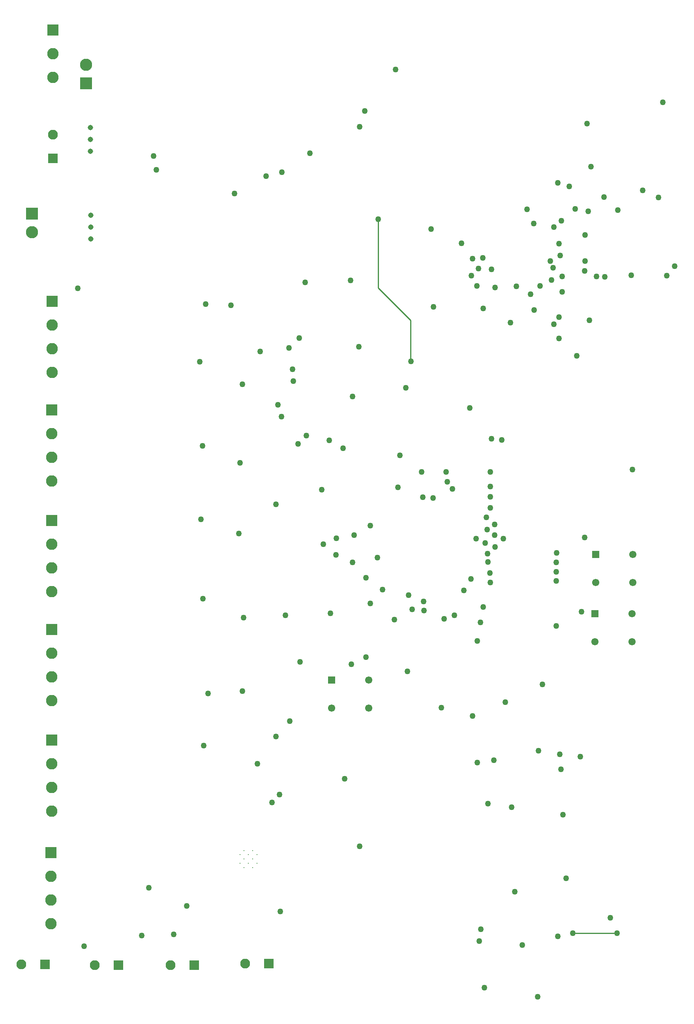
<source format=gbl>
G04*
G04 #@! TF.GenerationSoftware,Altium Limited,Altium Designer,22.1.2 (22)*
G04*
G04 Layer_Physical_Order=6*
G04 Layer_Color=16711680*
%FSLAX23Y23*%
%MOIN*%
G70*
G04*
G04 #@! TF.SameCoordinates,EFA1FED7-213C-4DAE-99C9-92C2F6BD185D*
G04*
G04*
G04 #@! TF.FilePolarity,Positive*
G04*
G01*
G75*
%ADD15C,0.010*%
%ADD70R,0.061X0.061*%
%ADD135C,0.061*%
%ADD138C,0.045*%
%ADD147R,0.097X0.097*%
%ADD148C,0.097*%
%ADD149R,0.103X0.103*%
%ADD150C,0.103*%
%ADD151R,0.083X0.083*%
%ADD152C,0.083*%
%ADD153C,0.012*%
%ADD154R,0.083X0.083*%
%ADD155C,0.050*%
D15*
X4850Y765D02*
X5225D01*
X3480Y5598D02*
Y5940D01*
Y5598D02*
X3484Y5594D01*
X3207Y6213D02*
Y6792D01*
Y6213D02*
X3480Y5940D01*
D70*
X5043Y3963D02*
D03*
X5038Y3463D02*
D03*
X2813Y2903D02*
D03*
D135*
X5357Y3727D02*
D03*
X5043D02*
D03*
X5357Y3963D02*
D03*
X5352Y3227D02*
D03*
X5038D02*
D03*
X5352Y3463D02*
D03*
X3127Y2667D02*
D03*
X2813D02*
D03*
X3127Y2903D02*
D03*
D138*
X780Y6825D02*
D03*
Y6625D02*
D03*
X777Y7565D02*
D03*
Y7365D02*
D03*
X780Y6725D02*
D03*
X777Y7465D02*
D03*
D147*
X460Y8390D02*
D03*
X450Y4250D02*
D03*
X455Y6100D02*
D03*
X450Y5182D02*
D03*
Y3330D02*
D03*
Y2395D02*
D03*
X445Y1445D02*
D03*
D148*
X460Y8190D02*
D03*
Y7990D02*
D03*
X450Y3850D02*
D03*
X455Y5700D02*
D03*
X450Y4782D02*
D03*
X445Y1045D02*
D03*
X450Y1995D02*
D03*
Y2930D02*
D03*
Y3650D02*
D03*
Y4050D02*
D03*
X455Y5500D02*
D03*
Y5900D02*
D03*
X450Y4582D02*
D03*
Y4982D02*
D03*
Y3130D02*
D03*
Y2730D02*
D03*
Y2195D02*
D03*
Y1795D02*
D03*
X445Y1245D02*
D03*
Y845D02*
D03*
D149*
X740Y7940D02*
D03*
X285Y6840D02*
D03*
D150*
X740Y8096D02*
D03*
X285Y6684D02*
D03*
D151*
X462Y7305D02*
D03*
D152*
Y7505D02*
D03*
X195Y502D02*
D03*
X1455Y495D02*
D03*
X2085Y510D02*
D03*
X815Y495D02*
D03*
D153*
X2039Y1356D02*
D03*
Y1428D02*
D03*
X2075Y1320D02*
D03*
Y1392D02*
D03*
Y1464D02*
D03*
X2111Y1356D02*
D03*
Y1428D02*
D03*
X2147Y1320D02*
D03*
Y1392D02*
D03*
Y1464D02*
D03*
X2183Y1356D02*
D03*
Y1428D02*
D03*
D154*
X395Y502D02*
D03*
X1655Y495D02*
D03*
X2285Y510D02*
D03*
X1015Y495D02*
D03*
D155*
X1770Y2790D02*
D03*
X2910Y4860D02*
D03*
X1310Y7325D02*
D03*
X4195Y6215D02*
D03*
X4870Y6880D02*
D03*
X4955Y6660D02*
D03*
X4820Y7070D02*
D03*
X4595Y2866D02*
D03*
X4280Y2715D02*
D03*
X4005Y2600D02*
D03*
X4185Y2225D02*
D03*
X4135Y1860D02*
D03*
X4740Y2275D02*
D03*
X5225Y765D02*
D03*
X4850D02*
D03*
X4725Y740D02*
D03*
X4060Y700D02*
D03*
X1995Y7010D02*
D03*
X4725Y7100D02*
D03*
X3355Y8055D02*
D03*
X2260Y7155D02*
D03*
X3484Y5594D02*
D03*
X3207Y6792D02*
D03*
X1335Y7210D02*
D03*
X2395Y7190D02*
D03*
X3095Y7705D02*
D03*
X3051Y7573D02*
D03*
X5575Y6975D02*
D03*
X5115Y6980D02*
D03*
X4735Y5785D02*
D03*
X4885Y5640D02*
D03*
X4990Y5940D02*
D03*
X5355Y4680D02*
D03*
X670Y6210D02*
D03*
X4915Y2255D02*
D03*
X725Y655D02*
D03*
X4105Y305D02*
D03*
X4794Y1228D02*
D03*
X5168Y896D02*
D03*
X4360Y1115D02*
D03*
X4750Y2150D02*
D03*
X4045Y2205D02*
D03*
X4425Y665D02*
D03*
X4075Y800D02*
D03*
X4555Y230D02*
D03*
X5440Y7035D02*
D03*
X5610Y7780D02*
D03*
X5005Y7235D02*
D03*
X4970Y7600D02*
D03*
X5230Y6870D02*
D03*
X4745Y6485D02*
D03*
X4660Y6438D02*
D03*
X4735Y6585D02*
D03*
X4683Y6382D02*
D03*
X2630Y7350D02*
D03*
X4095Y6040D02*
D03*
X4325Y5920D02*
D03*
X4767Y1766D02*
D03*
X4690Y6725D02*
D03*
X5710Y6395D02*
D03*
X4755Y6780D02*
D03*
X5644Y6315D02*
D03*
X5345Y6320D02*
D03*
X4950Y6355D02*
D03*
X5050Y6310D02*
D03*
X4980Y6860D02*
D03*
X4735Y5965D02*
D03*
X4375Y6225D02*
D03*
X4690Y5905D02*
D03*
X4525Y6025D02*
D03*
X4760Y6180D02*
D03*
X4670Y6280D02*
D03*
X4495Y6160D02*
D03*
X4760Y6310D02*
D03*
X4465Y6875D02*
D03*
X4520Y6755D02*
D03*
X4575Y6230D02*
D03*
X4955Y6440D02*
D03*
X5120Y6305D02*
D03*
X3675Y6054D02*
D03*
X4055Y6375D02*
D03*
X3995Y6315D02*
D03*
X4005Y6460D02*
D03*
X4090Y6465D02*
D03*
X4165Y6370D02*
D03*
X4040Y6230D02*
D03*
X3910Y6590D02*
D03*
X3655Y6710D02*
D03*
X2490Y5425D02*
D03*
X2485Y5525D02*
D03*
X3045Y5715D02*
D03*
X2455Y5705D02*
D03*
X2540Y5790D02*
D03*
X2795Y4925D02*
D03*
X4710Y3360D02*
D03*
X4925Y3480D02*
D03*
X4950Y4105D02*
D03*
X4710Y3740D02*
D03*
X4155Y3725D02*
D03*
X4150Y3805D02*
D03*
X2730Y4510D02*
D03*
X4110Y4060D02*
D03*
X4035Y4095D02*
D03*
X4130Y3970D02*
D03*
X4128Y4173D02*
D03*
X3585Y4445D02*
D03*
X3670Y4440D02*
D03*
X3790Y4575D02*
D03*
X3375Y4530D02*
D03*
X3390Y4800D02*
D03*
X4165Y4940D02*
D03*
X3780Y4660D02*
D03*
X3575D02*
D03*
X3835Y4515D02*
D03*
X3595Y3490D02*
D03*
X3495Y3500D02*
D03*
X3140Y3550D02*
D03*
X3345Y3413D02*
D03*
X4044Y3231D02*
D03*
X4560Y2305D02*
D03*
X4335Y1830D02*
D03*
X3245Y3665D02*
D03*
X2855Y4100D02*
D03*
X2745Y4050D02*
D03*
X2850Y3960D02*
D03*
X2990Y3895D02*
D03*
X3140Y4205D02*
D03*
X3105Y3095D02*
D03*
X3740Y2670D02*
D03*
X4135Y3900D02*
D03*
X4195Y4025D02*
D03*
X4190Y4125D02*
D03*
Y4215D02*
D03*
X4265Y4095D02*
D03*
X3105Y3765D02*
D03*
X2980Y3035D02*
D03*
X3465Y3620D02*
D03*
X3850Y3450D02*
D03*
X3765Y3420D02*
D03*
X3930Y3660D02*
D03*
X2375Y1935D02*
D03*
X2310Y1870D02*
D03*
X2925Y2070D02*
D03*
X3990Y3755D02*
D03*
X4095Y3520D02*
D03*
X4070Y3390D02*
D03*
X2060Y2810D02*
D03*
X2070Y3430D02*
D03*
X2030Y4140D02*
D03*
X2040Y4735D02*
D03*
X1965Y6065D02*
D03*
X2060Y5400D02*
D03*
X2975Y6277D02*
D03*
X2590Y6260D02*
D03*
X3440Y5370D02*
D03*
X2990Y5295D02*
D03*
X2546Y3056D02*
D03*
X3454Y2975D02*
D03*
X2805Y3465D02*
D03*
X2425Y3450D02*
D03*
X2345Y4385D02*
D03*
X2531Y4896D02*
D03*
X2390Y5125D02*
D03*
X2210Y5675D02*
D03*
X1750Y6075D02*
D03*
X1700Y5590D02*
D03*
X1725Y4880D02*
D03*
X1710Y4260D02*
D03*
X1728Y3590D02*
D03*
X1735Y2350D02*
D03*
X2345Y2425D02*
D03*
X2460Y2555D02*
D03*
X3050Y1500D02*
D03*
X2188Y2197D02*
D03*
X2380Y950D02*
D03*
X1590Y995D02*
D03*
X1270Y1150D02*
D03*
X1210Y745D02*
D03*
X1480Y755D02*
D03*
X3590Y3565D02*
D03*
X2362Y5227D02*
D03*
X4155Y4660D02*
D03*
Y4535D02*
D03*
Y4450D02*
D03*
Y4355D02*
D03*
X3200Y3935D02*
D03*
X4120Y4275D02*
D03*
X4715Y3975D02*
D03*
X4710Y3895D02*
D03*
Y3815D02*
D03*
X2600Y4965D02*
D03*
X4252Y4930D02*
D03*
X3005Y4125D02*
D03*
X3980Y5200D02*
D03*
M02*

</source>
